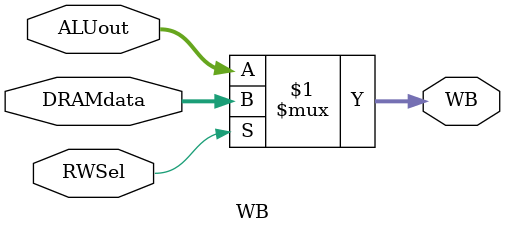
<source format=v>
`include "para.v"

module WB (
           input   wire [15: 0]    ALUout,
           input   wire [15: 0]    DRAMdata,
           input   wire            RWSel,
           output  wire [15: 0]    WB
       );

reg [15: 0] reg_RegWd;

assign WB = RWSel ? DRAMdata : ALUout;

endmodule

</source>
